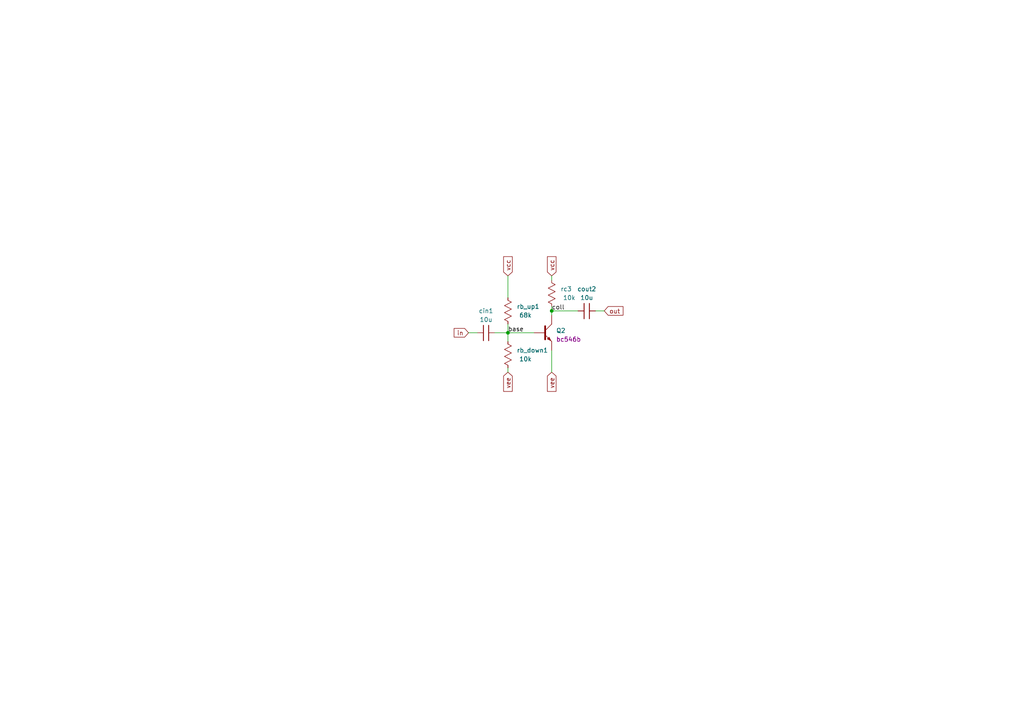
<source format=kicad_sch>
(kicad_sch (version 20230121) (generator eeschema)
  (paper "A4")
  (lib_symbols
    (symbol "Q_NPN_CBE_1" (pin_numbers hide) (pin_names (offset 0) hide)
      (property "Reference" "Q" (at 3.175 0 0))
      (property "model" "qmodel" (at 6.985 -1.905 0))
      (symbol "Q_NPN_CBE_1_0_1"
        (polyline (pts (xy 0.635 0.635) (xy 2.54 2.54)))
        (polyline (pts (xy 0.635 -0.635) (xy 2.54 -2.54) (xy 2.54 -2.54)))
        (polyline (pts (xy 0.635 1.905) (xy 0.635 -1.905) (xy 0.635 -1.905)) (stroke (width 0.508)))
        (polyline (pts (xy 1.27 -1.778) (xy 1.778 -1.27) (xy 2.286 -2.286) (xy 1.27 -1.778) (xy 1.27 -1.778)) (fill (type outline)))
      )
      (symbol "Q_NPN_CBE_1_1_1"
        (pin passive line (at 2.54 5.08 270) (length 2.54) (name "C") (number "1"))
        (pin passive line (at -2.54 0 0) (length 3) (name "b") (number "2"))
        (pin passive line (at 2.54 -5.08 90) (length 2.54) (name "E") (number "3"))
      )
    )
    (symbol "ngspice:C" (pin_numbers hide) (pin_names (offset 0))
      (property "Reference" "c" (at 2.54 0 90))
      (property "Value" "${Sim.Params}" (at -2.54 0 90))
      (symbol "C_0_1"
        (polyline (pts (xy -2.286 -0.762) (xy 2.159 -0.762)) (stroke (width 0.254)))
        (polyline (pts (xy -2.286 0.762) (xy 2.159 0.762)) (stroke (width 0.254)))
      )
      (symbol "C_1_1"
        (pin passive line (at 0 2.54 270) (length 1.7) (name "~") (number "1"))
        (pin passive line (at 0 -2.54 90) (length 1.7) (name "~") (number "2"))
      )
    )
    (symbol "ngspice:R_US" (pin_numbers hide) (pin_names (offset 0))
      (property "Reference" "r" (at 2.54 0 90))
      (property "Value" "${Sim.Params}" (at -2.54 0 90))
      (symbol "R_US_0_1"
        (polyline (pts (xy 0 -3.048) (xy -1.016 -2.54) (xy 1.016 -1.524) (xy -1.016 -0.508) (xy 1.016 0.508) (xy -1.016 1.524) (xy 1.016 2.54) (xy 0 3.048)))
      )
      (symbol "R_US_1_1"
        (pin passive line (at 0 -3.81 90) (length 0.72) (name "~") (number "2"))
        (pin passive line (at 0 3.81 270) (length 0.72) (name "~") (number "2"))
      )
    )
  )
  (junction (at 160.02 90.17))
  (junction (at 147.32 96.52))
  (wire (pts (xy 147.32 96.52) (xy 147.32 99.06)))
  (wire (pts (xy 172.72 90.17) (xy 175.26 90.17)))
  (wire (pts (xy 160.02 90.17) (xy 160.02 91.44)))
  (wire (pts (xy 147.32 93.98) (xy 147.32 96.52)))
  (wire (pts (xy 160.02 90.17) (xy 167.64 90.17)))
  (wire (pts (xy 160.02 101.6) (xy 160.02 107.95)))
  (wire (pts (xy 160.02 80.01) (xy 160.02 81.28)))
  (wire (pts (xy 143.51 96.52) (xy 147.32 96.52)))
  (wire (pts (xy 147.32 80.01) (xy 147.32 86.36)))
  (wire (pts (xy 135.89 96.52) (xy 138.43 96.52)))
  (wire (pts (xy 160.02 88.9) (xy 160.02 90.17)))
  (wire (pts (xy 147.32 106.68) (xy 147.32 107.95)))
  (wire (pts (xy 147.32 96.52) (xy 154.94 96.52)))
  (label "base" (at 147.32 96.52 0))
  (label "coll" (at 160.02 90.17 0))
  (global_label "vcc" (shape input) (at 160.02 80.01 90) (property "Intersheetrefs" "${INTERSHEET_REFS}" (effects hide)))
  (global_label "in" (shape input) (at 135.89 96.52 180) (property "Intersheetrefs" "${INTERSHEET_REFS}" (effects hide)))
  (global_label "vcc" (shape input) (at 147.32 80.01 90) (property "Intersheetrefs" "${INTERSHEET_REFS}" (effects hide)))
  (global_label "out" (shape input) (at 175.26 90.17 0) (property "Intersheetrefs" "${INTERSHEET_REFS}" (effects hide)))
  (global_label "vee" (shape input) (at 160.02 107.95 270) (property "Intersheetrefs" "${INTERSHEET_REFS}" (effects hide)))
  (global_label "vee" (shape input) (at 147.32 107.95 270) (property "Intersheetrefs" "${INTERSHEET_REFS}" (effects hide)))
  (symbol (lib_id "ngspice:C") (at 140.97 96.52 90) (unit 1)
    (property "Reference" "cin1" (at 140.97 90.17 90))
    (property "Value" "${Sim.Params}" (at 140.97 92.71 90))
    (property "Sim.Device" "SPICE" (effects hide))
    (property "Sim.Params" "${c}" (effects hide))
    (property "c" "10u" (effects hide))
  )
  (symbol (lib_id "ngspice:R_US") (at 160.02 85.09 0) (unit 1)
    (property "Reference" "rc3" (at 162.56 83.82 0) (effects (justify left)))
    (property "Value" "${Sim.Params}" (at 165.1 86.36 0))
    (property "Sim.Device" "SPICE" (effects hide))
    (property "Sim.Params" "${r}" (effects hide))
    (property "r" "10k" (effects hide))
  )
  (symbol (lib_name "Q_NPN_CBE_1") (lib_id "ngspice:Q_NPN_CBE") (at 157.48 96.52 0) (unit 1)
    (property "Reference" "Q2" (at 161.29 95.885 0) (effects (justify left)))
    (property "Value" "${Sim.Params}" (effects hide))
    (property "Sim.Device" "SPICE" (effects hide))
    (property "Sim.Params" "${model} ${area} ${areac} ${areab}" (effects hide))
    (property "model" "bc546b" (at 161.29 98.425 0) (effects (justify left)))
  )
  (symbol (lib_id "ngspice:C") (at 170.18 90.17 90) (unit 1)
    (property "Reference" "cout2" (at 170.18 83.82 90))
    (property "Value" "${Sim.Params}" (at 170.18 86.36 90))
    (property "Sim.Device" "SPICE" (effects hide))
    (property "Sim.Params" "${c}" (effects hide))
    (property "c" "10u" (effects hide))
  )
  (symbol (lib_id "ngspice:R_US") (at 147.32 90.17 0) (unit 1)
    (property "Reference" "rb_up1" (at 149.86 88.9 0) (effects (justify left)))
    (property "Value" "${Sim.Params}" (at 152.4 91.44 0))
    (property "Sim.Device" "SPICE" (effects hide))
    (property "Sim.Params" "${r}" (effects hide))
    (property "r" "68k" (effects hide))
  )
  (symbol (lib_id "ngspice:R_US") (at 147.32 102.87 0) (unit 1)
    (property "Reference" "rb_down1" (at 149.86 101.6 0) (effects (justify left)))
    (property "Value" "${Sim.Params}" (at 152.4 104.14 0))
    (property "Sim.Device" "SPICE" (effects hide))
    (property "Sim.Params" "${r}" (effects hide))
    (property "r" "10k" (effects hide))
  )
)
</source>
